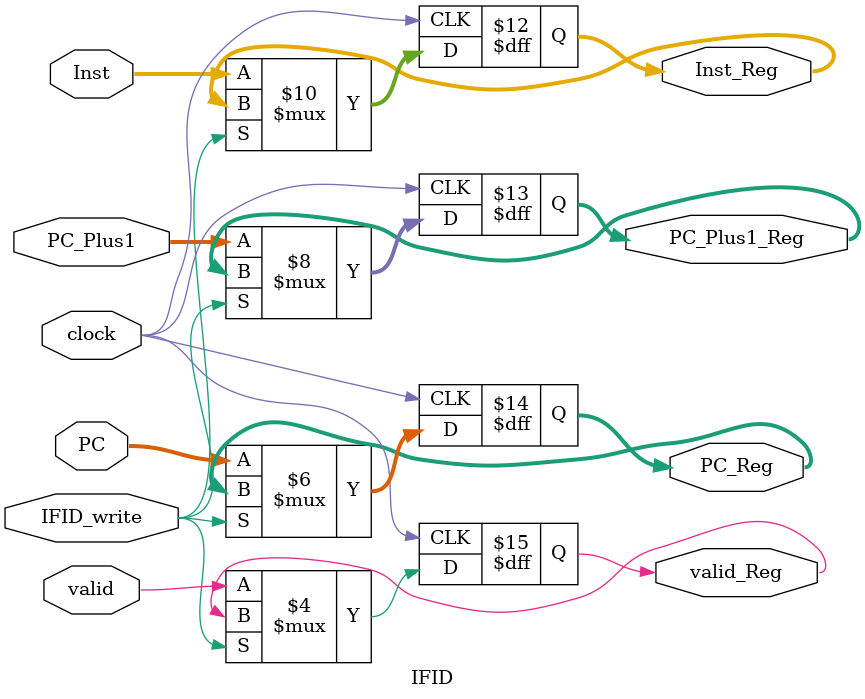
<source format=v>
module IFID(clock,PC_Plus1,Inst,PC,valid,IFID_write,   Inst_Reg,PC_Plus1_Reg,PC_Reg,valid_Reg);
input [15:0] PC_Plus1,Inst,PC;
input clock;
input valid;
input IFID_write;
output [15:0] Inst_Reg, PC_Plus1_Reg,PC_Reg;
output valid_Reg;
reg [15:0] Inst_Reg, PC_Plus1_Reg, PC_Reg;
reg valid_Reg;
initial begin
Inst_Reg = 0;
PC_Plus1_Reg = 0;
PC_Reg = 0;
valid_Reg = 0;
end

always@(posedge clock)
begin
if (~IFID_write)
begin
Inst_Reg <= Inst;
PC_Plus1_Reg <= PC_Plus1;
PC_Reg <= PC;
valid_Reg<=valid;
end
end
endmodule
</source>
